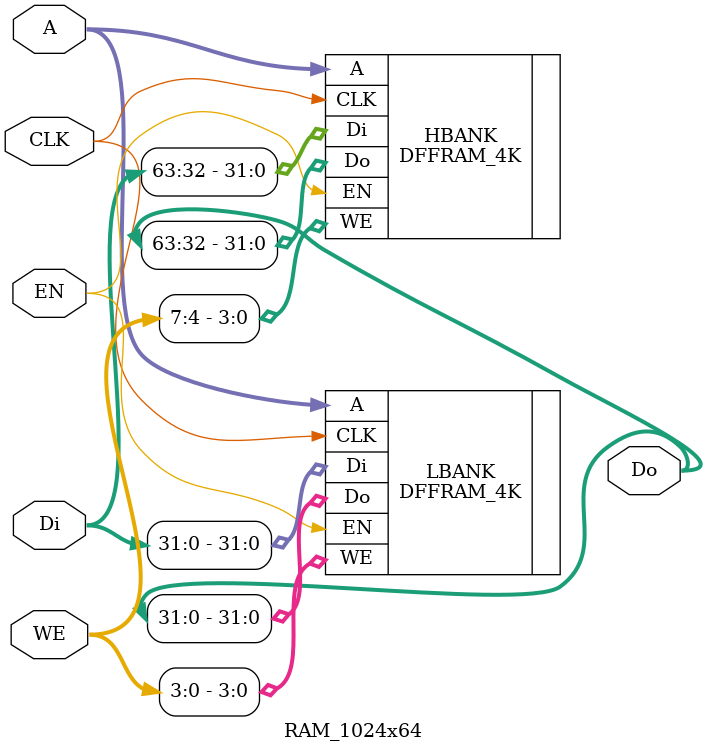
<source format=v>
`define DBG_RAM

module RAM_1024x64 (
    input           CLK,
    input   [7:0]   WE,
    input           EN,
    input   [63:0]  Di,
    output  [63:0]  Do,
    input   [9:0]   A
);
   
`ifdef USE_DFFRAM_BEH
	DFFRAM_beh 
`else
	DFFRAM_4K
`endif
    #(.COLS(4)) LBANK (
                .CLK(CLK),
                .WE(WE[3:0]),
                .EN(EN),
                .Di(Di[31:0]),
                .Do(Do[31:0]),
                .A(A[9:0])
            );

`ifdef USE_DFFRAM_BEH
	DFFRAM_beh 
`else
	DFFRAM_4K
`endif #(.COLS(4)) HBANK (
                .CLK(CLK),
                .WE(WE[7:4]),
                .EN(EN),
                .Di(Di[63:32]),
                .Do(Do[63:32]),
                .A(A[9:0])
            );

`ifdef DBG_RAM
    always @(EN, WE, Di, Do, A) 
        if(EN) begin
             $display("WE: %h, Di: %h , Do: %h, A: %h, time: %d",WE, Di, Do, A, $time);
        end
`endif

endmodule    
</source>
